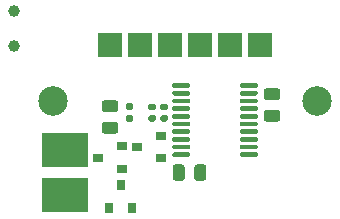
<source format=gts>
G04 #@! TF.GenerationSoftware,KiCad,Pcbnew,(5.1.9)-1*
G04 #@! TF.CreationDate,2021-06-17T11:01:42+10:00*
G04 #@! TF.ProjectId,Clock_board,436c6f63-6b5f-4626-9f61-72642e6b6963,rev?*
G04 #@! TF.SameCoordinates,PX6f6d640PY5734380*
G04 #@! TF.FileFunction,Soldermask,Top*
G04 #@! TF.FilePolarity,Negative*
%FSLAX46Y46*%
G04 Gerber Fmt 4.6, Leading zero omitted, Abs format (unit mm)*
G04 Created by KiCad (PCBNEW (5.1.9)-1) date 2021-06-17 11:01:42*
%MOMM*%
%LPD*%
G01*
G04 APERTURE LIST*
%ADD10R,4.016000X3.000000*%
%ADD11C,1.000000*%
%ADD12C,2.500000*%
%ADD13R,2.000000X2.000000*%
%ADD14R,0.800000X0.900000*%
%ADD15R,0.900000X0.800000*%
G04 APERTURE END LIST*
D10*
X8890000Y6350000D03*
X8890000Y2540000D03*
D11*
X4572000Y15137000D03*
X4572000Y18137000D03*
D12*
X7850000Y10541000D03*
X30250000Y10541000D03*
G36*
G01*
X12249998Y8744000D02*
X13150002Y8744000D01*
G75*
G02*
X13400000Y8494002I0J-249998D01*
G01*
X13400000Y7968998D01*
G75*
G02*
X13150002Y7719000I-249998J0D01*
G01*
X12249998Y7719000D01*
G75*
G02*
X12000000Y7968998I0J249998D01*
G01*
X12000000Y8494002D01*
G75*
G02*
X12249998Y8744000I249998J0D01*
G01*
G37*
G36*
G01*
X12249998Y10569000D02*
X13150002Y10569000D01*
G75*
G02*
X13400000Y10319002I0J-249998D01*
G01*
X13400000Y9793998D01*
G75*
G02*
X13150002Y9544000I-249998J0D01*
G01*
X12249998Y9544000D01*
G75*
G02*
X12000000Y9793998I0J249998D01*
G01*
X12000000Y10319002D01*
G75*
G02*
X12249998Y10569000I249998J0D01*
G01*
G37*
D13*
X12700000Y15240000D03*
X15240000Y15240000D03*
X17780000Y15240000D03*
X20320000Y15240000D03*
X22860000Y15240000D03*
X25400000Y15240000D03*
G36*
G01*
X19831000Y3994998D02*
X19831000Y4895002D01*
G75*
G02*
X20080998Y5145000I249998J0D01*
G01*
X20606002Y5145000D01*
G75*
G02*
X20856000Y4895002I0J-249998D01*
G01*
X20856000Y3994998D01*
G75*
G02*
X20606002Y3745000I-249998J0D01*
G01*
X20080998Y3745000D01*
G75*
G02*
X19831000Y3994998I0J249998D01*
G01*
G37*
G36*
G01*
X18006000Y3994998D02*
X18006000Y4895002D01*
G75*
G02*
X18255998Y5145000I249998J0D01*
G01*
X18781002Y5145000D01*
G75*
G02*
X19031000Y4895002I0J-249998D01*
G01*
X19031000Y3994998D01*
G75*
G02*
X18781002Y3745000I-249998J0D01*
G01*
X18255998Y3745000D01*
G75*
G02*
X18006000Y3994998I0J249998D01*
G01*
G37*
G36*
G01*
X25965998Y9760000D02*
X26866002Y9760000D01*
G75*
G02*
X27116000Y9510002I0J-249998D01*
G01*
X27116000Y8984998D01*
G75*
G02*
X26866002Y8735000I-249998J0D01*
G01*
X25965998Y8735000D01*
G75*
G02*
X25716000Y8984998I0J249998D01*
G01*
X25716000Y9510002D01*
G75*
G02*
X25965998Y9760000I249998J0D01*
G01*
G37*
G36*
G01*
X25965998Y11585000D02*
X26866002Y11585000D01*
G75*
G02*
X27116000Y11335002I0J-249998D01*
G01*
X27116000Y10809998D01*
G75*
G02*
X26866002Y10560000I-249998J0D01*
G01*
X25965998Y10560000D01*
G75*
G02*
X25716000Y10809998I0J249998D01*
G01*
X25716000Y11335002D01*
G75*
G02*
X25965998Y11585000I249998J0D01*
G01*
G37*
G36*
G01*
X14166000Y9285000D02*
X14536000Y9285000D01*
G75*
G02*
X14671000Y9150000I0J-135000D01*
G01*
X14671000Y8880000D01*
G75*
G02*
X14536000Y8745000I-135000J0D01*
G01*
X14166000Y8745000D01*
G75*
G02*
X14031000Y8880000I0J135000D01*
G01*
X14031000Y9150000D01*
G75*
G02*
X14166000Y9285000I135000J0D01*
G01*
G37*
G36*
G01*
X14166000Y10305000D02*
X14536000Y10305000D01*
G75*
G02*
X14671000Y10170000I0J-135000D01*
G01*
X14671000Y9900000D01*
G75*
G02*
X14536000Y9765000I-135000J0D01*
G01*
X14166000Y9765000D01*
G75*
G02*
X14031000Y9900000I0J135000D01*
G01*
X14031000Y10170000D01*
G75*
G02*
X14166000Y10305000I135000J0D01*
G01*
G37*
D14*
X13589000Y3413000D03*
X14539000Y1413000D03*
X12639000Y1413000D03*
D15*
X15002000Y6604000D03*
X17002000Y7554000D03*
X17002000Y5654000D03*
G36*
G01*
X23715000Y11715000D02*
X23715000Y11915000D01*
G75*
G02*
X23815000Y12015000I100000J0D01*
G01*
X25090000Y12015000D01*
G75*
G02*
X25190000Y11915000I0J-100000D01*
G01*
X25190000Y11715000D01*
G75*
G02*
X25090000Y11615000I-100000J0D01*
G01*
X23815000Y11615000D01*
G75*
G02*
X23715000Y11715000I0J100000D01*
G01*
G37*
G36*
G01*
X23715000Y11065000D02*
X23715000Y11265000D01*
G75*
G02*
X23815000Y11365000I100000J0D01*
G01*
X25090000Y11365000D01*
G75*
G02*
X25190000Y11265000I0J-100000D01*
G01*
X25190000Y11065000D01*
G75*
G02*
X25090000Y10965000I-100000J0D01*
G01*
X23815000Y10965000D01*
G75*
G02*
X23715000Y11065000I0J100000D01*
G01*
G37*
G36*
G01*
X23715000Y10415000D02*
X23715000Y10615000D01*
G75*
G02*
X23815000Y10715000I100000J0D01*
G01*
X25090000Y10715000D01*
G75*
G02*
X25190000Y10615000I0J-100000D01*
G01*
X25190000Y10415000D01*
G75*
G02*
X25090000Y10315000I-100000J0D01*
G01*
X23815000Y10315000D01*
G75*
G02*
X23715000Y10415000I0J100000D01*
G01*
G37*
G36*
G01*
X23715000Y9765000D02*
X23715000Y9965000D01*
G75*
G02*
X23815000Y10065000I100000J0D01*
G01*
X25090000Y10065000D01*
G75*
G02*
X25190000Y9965000I0J-100000D01*
G01*
X25190000Y9765000D01*
G75*
G02*
X25090000Y9665000I-100000J0D01*
G01*
X23815000Y9665000D01*
G75*
G02*
X23715000Y9765000I0J100000D01*
G01*
G37*
G36*
G01*
X23715000Y9115000D02*
X23715000Y9315000D01*
G75*
G02*
X23815000Y9415000I100000J0D01*
G01*
X25090000Y9415000D01*
G75*
G02*
X25190000Y9315000I0J-100000D01*
G01*
X25190000Y9115000D01*
G75*
G02*
X25090000Y9015000I-100000J0D01*
G01*
X23815000Y9015000D01*
G75*
G02*
X23715000Y9115000I0J100000D01*
G01*
G37*
G36*
G01*
X23715000Y8465000D02*
X23715000Y8665000D01*
G75*
G02*
X23815000Y8765000I100000J0D01*
G01*
X25090000Y8765000D01*
G75*
G02*
X25190000Y8665000I0J-100000D01*
G01*
X25190000Y8465000D01*
G75*
G02*
X25090000Y8365000I-100000J0D01*
G01*
X23815000Y8365000D01*
G75*
G02*
X23715000Y8465000I0J100000D01*
G01*
G37*
G36*
G01*
X23715000Y7815000D02*
X23715000Y8015000D01*
G75*
G02*
X23815000Y8115000I100000J0D01*
G01*
X25090000Y8115000D01*
G75*
G02*
X25190000Y8015000I0J-100000D01*
G01*
X25190000Y7815000D01*
G75*
G02*
X25090000Y7715000I-100000J0D01*
G01*
X23815000Y7715000D01*
G75*
G02*
X23715000Y7815000I0J100000D01*
G01*
G37*
G36*
G01*
X23715000Y7165000D02*
X23715000Y7365000D01*
G75*
G02*
X23815000Y7465000I100000J0D01*
G01*
X25090000Y7465000D01*
G75*
G02*
X25190000Y7365000I0J-100000D01*
G01*
X25190000Y7165000D01*
G75*
G02*
X25090000Y7065000I-100000J0D01*
G01*
X23815000Y7065000D01*
G75*
G02*
X23715000Y7165000I0J100000D01*
G01*
G37*
G36*
G01*
X23715000Y6515000D02*
X23715000Y6715000D01*
G75*
G02*
X23815000Y6815000I100000J0D01*
G01*
X25090000Y6815000D01*
G75*
G02*
X25190000Y6715000I0J-100000D01*
G01*
X25190000Y6515000D01*
G75*
G02*
X25090000Y6415000I-100000J0D01*
G01*
X23815000Y6415000D01*
G75*
G02*
X23715000Y6515000I0J100000D01*
G01*
G37*
G36*
G01*
X23715000Y5865000D02*
X23715000Y6065000D01*
G75*
G02*
X23815000Y6165000I100000J0D01*
G01*
X25090000Y6165000D01*
G75*
G02*
X25190000Y6065000I0J-100000D01*
G01*
X25190000Y5865000D01*
G75*
G02*
X25090000Y5765000I-100000J0D01*
G01*
X23815000Y5765000D01*
G75*
G02*
X23715000Y5865000I0J100000D01*
G01*
G37*
G36*
G01*
X17990000Y5865000D02*
X17990000Y6065000D01*
G75*
G02*
X18090000Y6165000I100000J0D01*
G01*
X19365000Y6165000D01*
G75*
G02*
X19465000Y6065000I0J-100000D01*
G01*
X19465000Y5865000D01*
G75*
G02*
X19365000Y5765000I-100000J0D01*
G01*
X18090000Y5765000D01*
G75*
G02*
X17990000Y5865000I0J100000D01*
G01*
G37*
G36*
G01*
X17990000Y6515000D02*
X17990000Y6715000D01*
G75*
G02*
X18090000Y6815000I100000J0D01*
G01*
X19365000Y6815000D01*
G75*
G02*
X19465000Y6715000I0J-100000D01*
G01*
X19465000Y6515000D01*
G75*
G02*
X19365000Y6415000I-100000J0D01*
G01*
X18090000Y6415000D01*
G75*
G02*
X17990000Y6515000I0J100000D01*
G01*
G37*
G36*
G01*
X17990000Y7165000D02*
X17990000Y7365000D01*
G75*
G02*
X18090000Y7465000I100000J0D01*
G01*
X19365000Y7465000D01*
G75*
G02*
X19465000Y7365000I0J-100000D01*
G01*
X19465000Y7165000D01*
G75*
G02*
X19365000Y7065000I-100000J0D01*
G01*
X18090000Y7065000D01*
G75*
G02*
X17990000Y7165000I0J100000D01*
G01*
G37*
G36*
G01*
X17990000Y7815000D02*
X17990000Y8015000D01*
G75*
G02*
X18090000Y8115000I100000J0D01*
G01*
X19365000Y8115000D01*
G75*
G02*
X19465000Y8015000I0J-100000D01*
G01*
X19465000Y7815000D01*
G75*
G02*
X19365000Y7715000I-100000J0D01*
G01*
X18090000Y7715000D01*
G75*
G02*
X17990000Y7815000I0J100000D01*
G01*
G37*
G36*
G01*
X17990000Y8465000D02*
X17990000Y8665000D01*
G75*
G02*
X18090000Y8765000I100000J0D01*
G01*
X19365000Y8765000D01*
G75*
G02*
X19465000Y8665000I0J-100000D01*
G01*
X19465000Y8465000D01*
G75*
G02*
X19365000Y8365000I-100000J0D01*
G01*
X18090000Y8365000D01*
G75*
G02*
X17990000Y8465000I0J100000D01*
G01*
G37*
G36*
G01*
X17990000Y9115000D02*
X17990000Y9315000D01*
G75*
G02*
X18090000Y9415000I100000J0D01*
G01*
X19365000Y9415000D01*
G75*
G02*
X19465000Y9315000I0J-100000D01*
G01*
X19465000Y9115000D01*
G75*
G02*
X19365000Y9015000I-100000J0D01*
G01*
X18090000Y9015000D01*
G75*
G02*
X17990000Y9115000I0J100000D01*
G01*
G37*
G36*
G01*
X17990000Y9765000D02*
X17990000Y9965000D01*
G75*
G02*
X18090000Y10065000I100000J0D01*
G01*
X19365000Y10065000D01*
G75*
G02*
X19465000Y9965000I0J-100000D01*
G01*
X19465000Y9765000D01*
G75*
G02*
X19365000Y9665000I-100000J0D01*
G01*
X18090000Y9665000D01*
G75*
G02*
X17990000Y9765000I0J100000D01*
G01*
G37*
G36*
G01*
X17990000Y10415000D02*
X17990000Y10615000D01*
G75*
G02*
X18090000Y10715000I100000J0D01*
G01*
X19365000Y10715000D01*
G75*
G02*
X19465000Y10615000I0J-100000D01*
G01*
X19465000Y10415000D01*
G75*
G02*
X19365000Y10315000I-100000J0D01*
G01*
X18090000Y10315000D01*
G75*
G02*
X17990000Y10415000I0J100000D01*
G01*
G37*
G36*
G01*
X17990000Y11065000D02*
X17990000Y11265000D01*
G75*
G02*
X18090000Y11365000I100000J0D01*
G01*
X19365000Y11365000D01*
G75*
G02*
X19465000Y11265000I0J-100000D01*
G01*
X19465000Y11065000D01*
G75*
G02*
X19365000Y10965000I-100000J0D01*
G01*
X18090000Y10965000D01*
G75*
G02*
X17990000Y11065000I0J100000D01*
G01*
G37*
G36*
G01*
X17990000Y11715000D02*
X17990000Y11915000D01*
G75*
G02*
X18090000Y12015000I100000J0D01*
G01*
X19365000Y12015000D01*
G75*
G02*
X19465000Y11915000I0J-100000D01*
G01*
X19465000Y11715000D01*
G75*
G02*
X19365000Y11615000I-100000J0D01*
G01*
X18090000Y11615000D01*
G75*
G02*
X17990000Y11715000I0J100000D01*
G01*
G37*
X11700000Y5715000D03*
X13700000Y6665000D03*
X13700000Y4765000D03*
G36*
G01*
X16086000Y9325000D02*
X16426000Y9325000D01*
G75*
G02*
X16566000Y9185000I0J-140000D01*
G01*
X16566000Y8905000D01*
G75*
G02*
X16426000Y8765000I-140000J0D01*
G01*
X16086000Y8765000D01*
G75*
G02*
X15946000Y8905000I0J140000D01*
G01*
X15946000Y9185000D01*
G75*
G02*
X16086000Y9325000I140000J0D01*
G01*
G37*
G36*
G01*
X16086000Y10285000D02*
X16426000Y10285000D01*
G75*
G02*
X16566000Y10145000I0J-140000D01*
G01*
X16566000Y9865000D01*
G75*
G02*
X16426000Y9725000I-140000J0D01*
G01*
X16086000Y9725000D01*
G75*
G02*
X15946000Y9865000I0J140000D01*
G01*
X15946000Y10145000D01*
G75*
G02*
X16086000Y10285000I140000J0D01*
G01*
G37*
G36*
G01*
X17102000Y9325000D02*
X17442000Y9325000D01*
G75*
G02*
X17582000Y9185000I0J-140000D01*
G01*
X17582000Y8905000D01*
G75*
G02*
X17442000Y8765000I-140000J0D01*
G01*
X17102000Y8765000D01*
G75*
G02*
X16962000Y8905000I0J140000D01*
G01*
X16962000Y9185000D01*
G75*
G02*
X17102000Y9325000I140000J0D01*
G01*
G37*
G36*
G01*
X17102000Y10285000D02*
X17442000Y10285000D01*
G75*
G02*
X17582000Y10145000I0J-140000D01*
G01*
X17582000Y9865000D01*
G75*
G02*
X17442000Y9725000I-140000J0D01*
G01*
X17102000Y9725000D01*
G75*
G02*
X16962000Y9865000I0J140000D01*
G01*
X16962000Y10145000D01*
G75*
G02*
X17102000Y10285000I140000J0D01*
G01*
G37*
M02*

</source>
